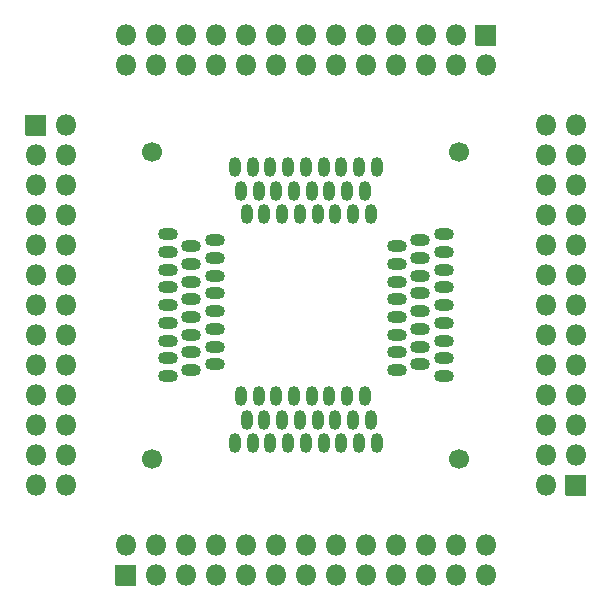
<source format=gbr>
%TF.GenerationSoftware,KiCad,Pcbnew,5.99.0-unknown-1463dd1~101~ubuntu20.04.1*%
%TF.CreationDate,2020-07-08T00:13:33-04:00*%
%TF.ProjectId,QFPbreakout,51465062-7265-4616-9b6f-75742e6b6963,rev?*%
%TF.SameCoordinates,Original*%
%TF.FileFunction,Soldermask,Top*%
%TF.FilePolarity,Negative*%
%FSLAX46Y46*%
G04 Gerber Fmt 4.6, Leading zero omitted, Abs format (unit mm)*
G04 Created by KiCad (PCBNEW 5.99.0-unknown-1463dd1~101~ubuntu20.04.1) date 2020-07-08 00:13:33*
%MOMM*%
%LPD*%
G01*
G04 APERTURE LIST*
%ADD10C,1.700000*%
%ADD11O,1.700000X1.000000*%
%ADD12O,1.000000X1.700000*%
%ADD13O,1.800000X1.800000*%
G04 APERTURE END LIST*
D10*
%TO.C,U1*%
X87000000Y-113000000D03*
X113000000Y-87000000D03*
X87000000Y-87000000D03*
X113000000Y-113000000D03*
D11*
X90300000Y-99500000D03*
X90300000Y-96500000D03*
X88300000Y-101500000D03*
X88300000Y-98500000D03*
X88300000Y-103000000D03*
X92300000Y-94500000D03*
X90300000Y-102500000D03*
X90300000Y-104000000D03*
X88300000Y-94000000D03*
X92300000Y-96000000D03*
X92300000Y-99000000D03*
X88300000Y-95500000D03*
X92300000Y-97500000D03*
X88300000Y-100000000D03*
X92300000Y-103500000D03*
X92300000Y-102000000D03*
X88300000Y-106000000D03*
X88300000Y-97000000D03*
X90300000Y-105500000D03*
X90300000Y-95000000D03*
X90300000Y-98000000D03*
X88300000Y-104500000D03*
X92300000Y-105000000D03*
X92300000Y-100500000D03*
X90300000Y-101000000D03*
D12*
X99000000Y-90300000D03*
X103500000Y-90300000D03*
X103000000Y-88300000D03*
X100500000Y-90300000D03*
X101000000Y-92300000D03*
X95000000Y-92300000D03*
X104000000Y-92300000D03*
X100000000Y-88300000D03*
X98500000Y-88300000D03*
X105500000Y-92300000D03*
X95500000Y-88300000D03*
X94000000Y-88300000D03*
X97000000Y-88300000D03*
X105000000Y-90300000D03*
X98000000Y-92300000D03*
X102000000Y-90300000D03*
X101500000Y-88300000D03*
X96500000Y-92300000D03*
X104500000Y-88300000D03*
X102500000Y-92300000D03*
X94500000Y-90300000D03*
X99500000Y-92300000D03*
X106000000Y-88300000D03*
X97500000Y-90300000D03*
X96000000Y-90300000D03*
D11*
X109700000Y-94500000D03*
X107700000Y-99500000D03*
X107700000Y-104000000D03*
X109700000Y-97500000D03*
X109700000Y-96000000D03*
X107700000Y-98000000D03*
X107700000Y-95000000D03*
X111700000Y-106000000D03*
X111700000Y-95500000D03*
X109700000Y-105000000D03*
X107700000Y-101000000D03*
X109700000Y-100500000D03*
X109700000Y-102000000D03*
X109700000Y-103500000D03*
X109700000Y-99000000D03*
X111700000Y-104500000D03*
X111700000Y-98500000D03*
X111700000Y-103000000D03*
X111700000Y-94000000D03*
X107700000Y-105500000D03*
X111700000Y-101500000D03*
X107700000Y-96500000D03*
X111700000Y-97000000D03*
X107700000Y-102500000D03*
X111700000Y-100000000D03*
D12*
X100000000Y-111700000D03*
X99500000Y-109700000D03*
X99000000Y-107700000D03*
X98000000Y-109700000D03*
X97500000Y-107700000D03*
X98500000Y-111700000D03*
X95500000Y-111700000D03*
X96500000Y-109700000D03*
X94500000Y-107700000D03*
X96000000Y-107700000D03*
X97000000Y-111700000D03*
X95000000Y-109700000D03*
X94000000Y-111700000D03*
X100500000Y-107700000D03*
X104500000Y-111700000D03*
X103000000Y-111700000D03*
X101500000Y-111700000D03*
X105500000Y-109700000D03*
X103500000Y-107700000D03*
X105000000Y-107700000D03*
X106000000Y-111700000D03*
X102000000Y-107700000D03*
X102500000Y-109700000D03*
X101000000Y-109700000D03*
X104000000Y-109700000D03*
%TD*%
D13*
%TO.C,J1*%
X115240000Y-120320000D03*
X115240000Y-122860000D03*
X112700000Y-120320000D03*
X112700000Y-122860000D03*
X110160000Y-120320000D03*
X110160000Y-122860000D03*
X107620000Y-120320000D03*
X107620000Y-122860000D03*
X105080000Y-120320000D03*
X105080000Y-122860000D03*
X102540000Y-120320000D03*
X102540000Y-122860000D03*
X100000000Y-120320000D03*
X100000000Y-122860000D03*
X97460000Y-120320000D03*
X97460000Y-122860000D03*
X94920000Y-120320000D03*
X94920000Y-122860000D03*
X92380000Y-120320000D03*
X92380000Y-122860000D03*
X89840000Y-120320000D03*
X89840000Y-122860000D03*
X87300000Y-120320000D03*
X87300000Y-122860000D03*
X84760000Y-120320000D03*
G36*
G01*
X85607059Y-123760000D02*
X83912941Y-123760000D01*
G75*
G02*
X83860000Y-123707059I0J52941D01*
G01*
X83860000Y-122012941D01*
G75*
G02*
X83912941Y-121960000I52941J0D01*
G01*
X85607059Y-121960000D01*
G75*
G02*
X85660000Y-122012941I0J-52941D01*
G01*
X85660000Y-123707059D01*
G75*
G02*
X85607059Y-123760000I-52941J0D01*
G01*
G37*
%TD*%
%TO.C,J4*%
X79680000Y-115240000D03*
X77140000Y-115240000D03*
X79680000Y-112700000D03*
X77140000Y-112700000D03*
X79680000Y-110160000D03*
X77140000Y-110160000D03*
X79680000Y-107620000D03*
X77140000Y-107620000D03*
X79680000Y-105080000D03*
X77140000Y-105080000D03*
X79680000Y-102540000D03*
X77140000Y-102540000D03*
X79680000Y-100000000D03*
X77140000Y-100000000D03*
X79680000Y-97460000D03*
X77140000Y-97460000D03*
X79680000Y-94920000D03*
X77140000Y-94920000D03*
X79680000Y-92380000D03*
X77140000Y-92380000D03*
X79680000Y-89840000D03*
X77140000Y-89840000D03*
X79680000Y-87300000D03*
X77140000Y-87300000D03*
X79680000Y-84760000D03*
G36*
G01*
X76240000Y-85607059D02*
X76240000Y-83912941D01*
G75*
G02*
X76292941Y-83860000I52941J0D01*
G01*
X77987059Y-83860000D01*
G75*
G02*
X78040000Y-83912941I0J-52941D01*
G01*
X78040000Y-85607059D01*
G75*
G02*
X77987059Y-85660000I-52941J0D01*
G01*
X76292941Y-85660000D01*
G75*
G02*
X76240000Y-85607059I0J52941D01*
G01*
G37*
%TD*%
%TO.C,J3*%
X84760000Y-79680000D03*
X84760000Y-77140000D03*
X87300000Y-79680000D03*
X87300000Y-77140000D03*
X89840000Y-79680000D03*
X89840000Y-77140000D03*
X92380000Y-79680000D03*
X92380000Y-77140000D03*
X94920000Y-79680000D03*
X94920000Y-77140000D03*
X97460000Y-79680000D03*
X97460000Y-77140000D03*
X100000000Y-79680000D03*
X100000000Y-77140000D03*
X102540000Y-79680000D03*
X102540000Y-77140000D03*
X105080000Y-79680000D03*
X105080000Y-77140000D03*
X107620000Y-79680000D03*
X107620000Y-77140000D03*
X110160000Y-79680000D03*
X110160000Y-77140000D03*
X112700000Y-79680000D03*
X112700000Y-77140000D03*
X115240000Y-79680000D03*
G36*
G01*
X114392941Y-76240000D02*
X116087059Y-76240000D01*
G75*
G02*
X116140000Y-76292941I0J-52941D01*
G01*
X116140000Y-77987059D01*
G75*
G02*
X116087059Y-78040000I-52941J0D01*
G01*
X114392941Y-78040000D01*
G75*
G02*
X114340000Y-77987059I0J52941D01*
G01*
X114340000Y-76292941D01*
G75*
G02*
X114392941Y-76240000I52941J0D01*
G01*
G37*
%TD*%
%TO.C,J2*%
X120320000Y-84760000D03*
X122860000Y-84760000D03*
X120320000Y-87300000D03*
X122860000Y-87300000D03*
X120320000Y-89840000D03*
X122860000Y-89840000D03*
X120320000Y-92380000D03*
X122860000Y-92380000D03*
X120320000Y-94920000D03*
X122860000Y-94920000D03*
X120320000Y-97460000D03*
X122860000Y-97460000D03*
X120320000Y-100000000D03*
X122860000Y-100000000D03*
X120320000Y-102540000D03*
X122860000Y-102540000D03*
X120320000Y-105080000D03*
X122860000Y-105080000D03*
X120320000Y-107620000D03*
X122860000Y-107620000D03*
X120320000Y-110160000D03*
X122860000Y-110160000D03*
X120320000Y-112700000D03*
X122860000Y-112700000D03*
X120320000Y-115240000D03*
G36*
G01*
X123760000Y-114392941D02*
X123760000Y-116087059D01*
G75*
G02*
X123707059Y-116140000I-52941J0D01*
G01*
X122012941Y-116140000D01*
G75*
G02*
X121960000Y-116087059I0J52941D01*
G01*
X121960000Y-114392941D01*
G75*
G02*
X122012941Y-114340000I52941J0D01*
G01*
X123707059Y-114340000D01*
G75*
G02*
X123760000Y-114392941I0J-52941D01*
G01*
G37*
%TD*%
M02*

</source>
